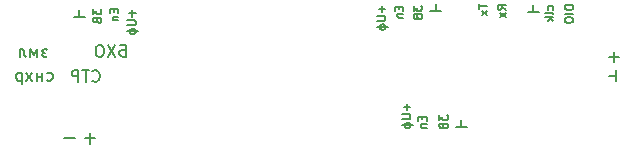
<source format=gbr>
%TF.GenerationSoftware,KiCad,Pcbnew,7.0.7*%
%TF.CreationDate,2024-07-30T16:01:34+03:00*%
%TF.ProjectId,Main_PCB_002,4d61696e-5f50-4434-925f-3030322e6b69,rev?*%
%TF.SameCoordinates,Original*%
%TF.FileFunction,Legend,Bot*%
%TF.FilePolarity,Positive*%
%FSLAX46Y46*%
G04 Gerber Fmt 4.6, Leading zero omitted, Abs format (unit mm)*
G04 Created by KiCad (PCBNEW 7.0.7) date 2024-07-30 16:01:34*
%MOMM*%
%LPD*%
G01*
G04 APERTURE LIST*
%ADD10C,0.150000*%
%ADD11C,0.900000*%
%ADD12C,1.600000*%
%ADD13C,2.200000*%
%ADD14C,1.000000*%
%ADD15C,0.499999*%
G04 APERTURE END LIST*
D10*
X59563000Y-53136800D02*
X59563000Y-53695600D01*
X60032900Y-63969900D02*
X60921900Y-63969900D01*
X89738200Y-52603400D02*
X89738200Y-53162200D01*
X91897200Y-62458600D02*
X91897200Y-63017400D01*
X89281000Y-53187600D02*
X90195400Y-53187600D01*
X105003600Y-59131200D02*
X105003600Y-58216800D01*
X97536000Y-53238400D02*
X98450400Y-53238400D01*
X91440000Y-63042800D02*
X92354400Y-63042800D01*
X97993200Y-52654200D02*
X97993200Y-53213000D01*
X104825800Y-56642000D02*
X104825800Y-57531000D01*
X60477400Y-63525400D02*
X60477400Y-64414400D01*
X104419400Y-58674000D02*
X104978200Y-58674000D01*
X59105800Y-53721000D02*
X60020200Y-53721000D01*
X58267600Y-63957200D02*
X59156600Y-63957200D01*
X104381300Y-57086500D02*
X105270300Y-57086500D01*
X60661392Y-59108980D02*
X60709011Y-59156600D01*
X60709011Y-59156600D02*
X60851868Y-59204219D01*
X60851868Y-59204219D02*
X60947106Y-59204219D01*
X60947106Y-59204219D02*
X61089963Y-59156600D01*
X61089963Y-59156600D02*
X61185201Y-59061361D01*
X61185201Y-59061361D02*
X61232820Y-58966123D01*
X61232820Y-58966123D02*
X61280439Y-58775647D01*
X61280439Y-58775647D02*
X61280439Y-58632790D01*
X61280439Y-58632790D02*
X61232820Y-58442314D01*
X61232820Y-58442314D02*
X61185201Y-58347076D01*
X61185201Y-58347076D02*
X61089963Y-58251838D01*
X61089963Y-58251838D02*
X60947106Y-58204219D01*
X60947106Y-58204219D02*
X60851868Y-58204219D01*
X60851868Y-58204219D02*
X60709011Y-58251838D01*
X60709011Y-58251838D02*
X60661392Y-58299457D01*
X60375677Y-58204219D02*
X59804249Y-58204219D01*
X60089963Y-59204219D02*
X60089963Y-58204219D01*
X59470915Y-59204219D02*
X59470915Y-58204219D01*
X59470915Y-58204219D02*
X59089963Y-58204219D01*
X59089963Y-58204219D02*
X58994725Y-58251838D01*
X58994725Y-58251838D02*
X58947106Y-58299457D01*
X58947106Y-58299457D02*
X58899487Y-58394695D01*
X58899487Y-58394695D02*
X58899487Y-58537552D01*
X58899487Y-58537552D02*
X58947106Y-58632790D01*
X58947106Y-58632790D02*
X58994725Y-58680409D01*
X58994725Y-58680409D02*
X59089963Y-58728028D01*
X59089963Y-58728028D02*
X59470915Y-58728028D01*
X62481066Y-53046550D02*
X62481066Y-53279884D01*
X62847733Y-53379884D02*
X62847733Y-53046550D01*
X62847733Y-53046550D02*
X62147733Y-53046550D01*
X62147733Y-53046550D02*
X62147733Y-53379884D01*
X62381066Y-53679883D02*
X62847733Y-53679883D01*
X62447733Y-53679883D02*
X62414400Y-53713217D01*
X62414400Y-53713217D02*
X62381066Y-53779883D01*
X62381066Y-53779883D02*
X62381066Y-53879883D01*
X62381066Y-53879883D02*
X62414400Y-53946550D01*
X62414400Y-53946550D02*
X62481066Y-53979883D01*
X62481066Y-53979883D02*
X62847733Y-53979883D01*
X87852533Y-52751284D02*
X87852533Y-53184617D01*
X87852533Y-53184617D02*
X88119200Y-52951284D01*
X88119200Y-52951284D02*
X88119200Y-53051284D01*
X88119200Y-53051284D02*
X88152533Y-53117950D01*
X88152533Y-53117950D02*
X88185866Y-53151284D01*
X88185866Y-53151284D02*
X88252533Y-53184617D01*
X88252533Y-53184617D02*
X88419200Y-53184617D01*
X88419200Y-53184617D02*
X88485866Y-53151284D01*
X88485866Y-53151284D02*
X88519200Y-53117950D01*
X88519200Y-53117950D02*
X88552533Y-53051284D01*
X88552533Y-53051284D02*
X88552533Y-52851284D01*
X88552533Y-52851284D02*
X88519200Y-52784617D01*
X88519200Y-52784617D02*
X88485866Y-52751284D01*
X88185866Y-53717951D02*
X88219200Y-53817951D01*
X88219200Y-53817951D02*
X88252533Y-53851284D01*
X88252533Y-53851284D02*
X88319200Y-53884617D01*
X88319200Y-53884617D02*
X88419200Y-53884617D01*
X88419200Y-53884617D02*
X88485866Y-53851284D01*
X88485866Y-53851284D02*
X88519200Y-53817951D01*
X88519200Y-53817951D02*
X88552533Y-53751284D01*
X88552533Y-53751284D02*
X88552533Y-53484617D01*
X88552533Y-53484617D02*
X87852533Y-53484617D01*
X87852533Y-53484617D02*
X87852533Y-53717951D01*
X87852533Y-53717951D02*
X87885866Y-53784617D01*
X87885866Y-53784617D02*
X87919200Y-53817951D01*
X87919200Y-53817951D02*
X87985866Y-53851284D01*
X87985866Y-53851284D02*
X88052533Y-53851284D01*
X88052533Y-53851284D02*
X88119200Y-53817951D01*
X88119200Y-53817951D02*
X88152533Y-53784617D01*
X88152533Y-53784617D02*
X88185866Y-53717951D01*
X88185866Y-53717951D02*
X88185866Y-53484617D01*
X101354133Y-52716350D02*
X100654133Y-52716350D01*
X100654133Y-52716350D02*
X100654133Y-52883017D01*
X100654133Y-52883017D02*
X100687466Y-52983017D01*
X100687466Y-52983017D02*
X100754133Y-53049684D01*
X100754133Y-53049684D02*
X100820800Y-53083017D01*
X100820800Y-53083017D02*
X100954133Y-53116350D01*
X100954133Y-53116350D02*
X101054133Y-53116350D01*
X101054133Y-53116350D02*
X101187466Y-53083017D01*
X101187466Y-53083017D02*
X101254133Y-53049684D01*
X101254133Y-53049684D02*
X101320800Y-52983017D01*
X101320800Y-52983017D02*
X101354133Y-52883017D01*
X101354133Y-52883017D02*
X101354133Y-52716350D01*
X101354133Y-53416350D02*
X100654133Y-53416350D01*
X100654133Y-53883017D02*
X100654133Y-54016350D01*
X100654133Y-54016350D02*
X100687466Y-54083017D01*
X100687466Y-54083017D02*
X100754133Y-54149683D01*
X100754133Y-54149683D02*
X100887466Y-54183017D01*
X100887466Y-54183017D02*
X101120800Y-54183017D01*
X101120800Y-54183017D02*
X101254133Y-54149683D01*
X101254133Y-54149683D02*
X101320800Y-54083017D01*
X101320800Y-54083017D02*
X101354133Y-54016350D01*
X101354133Y-54016350D02*
X101354133Y-53883017D01*
X101354133Y-53883017D02*
X101320800Y-53816350D01*
X101320800Y-53816350D02*
X101254133Y-53749683D01*
X101254133Y-53749683D02*
X101120800Y-53716350D01*
X101120800Y-53716350D02*
X100887466Y-53716350D01*
X100887466Y-53716350D02*
X100754133Y-53749683D01*
X100754133Y-53749683D02*
X100687466Y-53816350D01*
X100687466Y-53816350D02*
X100654133Y-53883017D01*
X87320666Y-61072950D02*
X87320666Y-61606284D01*
X87587333Y-61339617D02*
X87054000Y-61339617D01*
X86887333Y-61939617D02*
X87454000Y-61939617D01*
X87454000Y-61939617D02*
X87520666Y-61972951D01*
X87520666Y-61972951D02*
X87554000Y-62006284D01*
X87554000Y-62006284D02*
X87587333Y-62072951D01*
X87587333Y-62072951D02*
X87587333Y-62206284D01*
X87587333Y-62206284D02*
X87554000Y-62272951D01*
X87554000Y-62272951D02*
X87520666Y-62306284D01*
X87520666Y-62306284D02*
X87454000Y-62339617D01*
X87454000Y-62339617D02*
X86887333Y-62339617D01*
X86887333Y-62872950D02*
X87820666Y-62872950D01*
X87120666Y-62806284D02*
X87120666Y-62939617D01*
X87120666Y-62939617D02*
X87154000Y-63006284D01*
X87154000Y-63006284D02*
X87220666Y-63072950D01*
X87220666Y-63072950D02*
X87287333Y-63106284D01*
X87287333Y-63106284D02*
X87420666Y-63106284D01*
X87420666Y-63106284D02*
X87487333Y-63072950D01*
X87487333Y-63072950D02*
X87554000Y-63006284D01*
X87554000Y-63006284D02*
X87587333Y-62939617D01*
X87587333Y-62939617D02*
X87587333Y-62806284D01*
X87587333Y-62806284D02*
X87554000Y-62739617D01*
X87554000Y-62739617D02*
X87487333Y-62672950D01*
X87487333Y-62672950D02*
X87420666Y-62639617D01*
X87420666Y-62639617D02*
X87287333Y-62639617D01*
X87287333Y-62639617D02*
X87220666Y-62672950D01*
X87220666Y-62672950D02*
X87154000Y-62739617D01*
X87154000Y-62739617D02*
X87120666Y-62806284D01*
X60725333Y-53030684D02*
X60725333Y-53464017D01*
X60725333Y-53464017D02*
X60992000Y-53230684D01*
X60992000Y-53230684D02*
X60992000Y-53330684D01*
X60992000Y-53330684D02*
X61025333Y-53397350D01*
X61025333Y-53397350D02*
X61058666Y-53430684D01*
X61058666Y-53430684D02*
X61125333Y-53464017D01*
X61125333Y-53464017D02*
X61292000Y-53464017D01*
X61292000Y-53464017D02*
X61358666Y-53430684D01*
X61358666Y-53430684D02*
X61392000Y-53397350D01*
X61392000Y-53397350D02*
X61425333Y-53330684D01*
X61425333Y-53330684D02*
X61425333Y-53130684D01*
X61425333Y-53130684D02*
X61392000Y-53064017D01*
X61392000Y-53064017D02*
X61358666Y-53030684D01*
X61058666Y-53997351D02*
X61092000Y-54097351D01*
X61092000Y-54097351D02*
X61125333Y-54130684D01*
X61125333Y-54130684D02*
X61192000Y-54164017D01*
X61192000Y-54164017D02*
X61292000Y-54164017D01*
X61292000Y-54164017D02*
X61358666Y-54130684D01*
X61358666Y-54130684D02*
X61392000Y-54097351D01*
X61392000Y-54097351D02*
X61425333Y-54030684D01*
X61425333Y-54030684D02*
X61425333Y-53764017D01*
X61425333Y-53764017D02*
X60725333Y-53764017D01*
X60725333Y-53764017D02*
X60725333Y-53997351D01*
X60725333Y-53997351D02*
X60758666Y-54064017D01*
X60758666Y-54064017D02*
X60792000Y-54097351D01*
X60792000Y-54097351D02*
X60858666Y-54130684D01*
X60858666Y-54130684D02*
X60925333Y-54130684D01*
X60925333Y-54130684D02*
X60992000Y-54097351D01*
X60992000Y-54097351D02*
X61025333Y-54064017D01*
X61025333Y-54064017D02*
X61058666Y-53997351D01*
X61058666Y-53997351D02*
X61058666Y-53764017D01*
X56641782Y-56737285D02*
X56546544Y-56737285D01*
X56832258Y-56451571D02*
X56737020Y-56403952D01*
X56737020Y-56403952D02*
X56546544Y-56403952D01*
X56546544Y-56403952D02*
X56451306Y-56451571D01*
X56451306Y-56451571D02*
X56403687Y-56546809D01*
X56403687Y-56546809D02*
X56403687Y-56594428D01*
X56403687Y-56594428D02*
X56451306Y-56689666D01*
X56451306Y-56689666D02*
X56546544Y-56737285D01*
X56546544Y-56737285D02*
X56451306Y-56784904D01*
X56451306Y-56784904D02*
X56403687Y-56880142D01*
X56403687Y-56880142D02*
X56403687Y-56927761D01*
X56403687Y-56927761D02*
X56451306Y-57023000D01*
X56451306Y-57023000D02*
X56546544Y-57070619D01*
X56546544Y-57070619D02*
X56737020Y-57070619D01*
X56737020Y-57070619D02*
X56832258Y-57023000D01*
X55975115Y-57070619D02*
X55975115Y-56403952D01*
X55975115Y-56403952D02*
X55689401Y-56927761D01*
X55689401Y-56927761D02*
X55403687Y-56403952D01*
X55403687Y-56403952D02*
X55403687Y-57070619D01*
X54546544Y-57070619D02*
X54546544Y-56403952D01*
X54546544Y-56403952D02*
X54689401Y-56403952D01*
X54689401Y-56403952D02*
X54784639Y-56451571D01*
X54784639Y-56451571D02*
X54832258Y-56546809D01*
X54832258Y-56546809D02*
X54879877Y-56927761D01*
X54879877Y-56927761D02*
X54927496Y-57023000D01*
X54927496Y-57023000D02*
X55022734Y-57070619D01*
X95664533Y-53090950D02*
X95331200Y-52857617D01*
X95664533Y-52690950D02*
X94964533Y-52690950D01*
X94964533Y-52690950D02*
X94964533Y-52957617D01*
X94964533Y-52957617D02*
X94997866Y-53024284D01*
X94997866Y-53024284D02*
X95031200Y-53057617D01*
X95031200Y-53057617D02*
X95097866Y-53090950D01*
X95097866Y-53090950D02*
X95197866Y-53090950D01*
X95197866Y-53090950D02*
X95264533Y-53057617D01*
X95264533Y-53057617D02*
X95297866Y-53024284D01*
X95297866Y-53024284D02*
X95331200Y-52957617D01*
X95331200Y-52957617D02*
X95331200Y-52690950D01*
X95664533Y-53324284D02*
X95197866Y-53690950D01*
X95197866Y-53324284D02*
X95664533Y-53690950D01*
X93415133Y-52590950D02*
X93415133Y-52990950D01*
X94115133Y-52790950D02*
X93415133Y-52790950D01*
X94115133Y-53157617D02*
X93648466Y-53524283D01*
X93648466Y-53157617D02*
X94115133Y-53524283D01*
X88592266Y-62139750D02*
X88592266Y-62373084D01*
X88958933Y-62473084D02*
X88958933Y-62139750D01*
X88958933Y-62139750D02*
X88258933Y-62139750D01*
X88258933Y-62139750D02*
X88258933Y-62473084D01*
X88492266Y-62773083D02*
X88958933Y-62773083D01*
X88558933Y-62773083D02*
X88525600Y-62806417D01*
X88525600Y-62806417D02*
X88492266Y-62873083D01*
X88492266Y-62873083D02*
X88492266Y-62973083D01*
X88492266Y-62973083D02*
X88525600Y-63039750D01*
X88525600Y-63039750D02*
X88592266Y-63073083D01*
X88592266Y-63073083D02*
X88958933Y-63073083D01*
X64054266Y-53122750D02*
X64054266Y-53656084D01*
X64320933Y-53389417D02*
X63787600Y-53389417D01*
X63620933Y-53989417D02*
X64187600Y-53989417D01*
X64187600Y-53989417D02*
X64254266Y-54022751D01*
X64254266Y-54022751D02*
X64287600Y-54056084D01*
X64287600Y-54056084D02*
X64320933Y-54122751D01*
X64320933Y-54122751D02*
X64320933Y-54256084D01*
X64320933Y-54256084D02*
X64287600Y-54322751D01*
X64287600Y-54322751D02*
X64254266Y-54356084D01*
X64254266Y-54356084D02*
X64187600Y-54389417D01*
X64187600Y-54389417D02*
X63620933Y-54389417D01*
X63620933Y-54922750D02*
X64554266Y-54922750D01*
X63854266Y-54856084D02*
X63854266Y-54989417D01*
X63854266Y-54989417D02*
X63887600Y-55056084D01*
X63887600Y-55056084D02*
X63954266Y-55122750D01*
X63954266Y-55122750D02*
X64020933Y-55156084D01*
X64020933Y-55156084D02*
X64154266Y-55156084D01*
X64154266Y-55156084D02*
X64220933Y-55122750D01*
X64220933Y-55122750D02*
X64287600Y-55056084D01*
X64287600Y-55056084D02*
X64320933Y-54989417D01*
X64320933Y-54989417D02*
X64320933Y-54856084D01*
X64320933Y-54856084D02*
X64287600Y-54789417D01*
X64287600Y-54789417D02*
X64220933Y-54722750D01*
X64220933Y-54722750D02*
X64154266Y-54689417D01*
X64154266Y-54689417D02*
X64020933Y-54689417D01*
X64020933Y-54689417D02*
X63954266Y-54722750D01*
X63954266Y-54722750D02*
X63887600Y-54789417D01*
X63887600Y-54789417D02*
X63854266Y-54856084D01*
X86585666Y-52817950D02*
X86585666Y-53051284D01*
X86952333Y-53151284D02*
X86952333Y-52817950D01*
X86952333Y-52817950D02*
X86252333Y-52817950D01*
X86252333Y-52817950D02*
X86252333Y-53151284D01*
X86485666Y-53451283D02*
X86952333Y-53451283D01*
X86552333Y-53451283D02*
X86519000Y-53484617D01*
X86519000Y-53484617D02*
X86485666Y-53551283D01*
X86485666Y-53551283D02*
X86485666Y-53651283D01*
X86485666Y-53651283D02*
X86519000Y-53717950D01*
X86519000Y-53717950D02*
X86585666Y-53751283D01*
X86585666Y-53751283D02*
X86952333Y-53751283D01*
X63042630Y-56070619D02*
X63518820Y-56070619D01*
X63518820Y-56070619D02*
X63518820Y-57070619D01*
X63518820Y-57070619D02*
X63233106Y-57070619D01*
X63233106Y-57070619D02*
X63090249Y-57023000D01*
X63090249Y-57023000D02*
X62995011Y-56927761D01*
X62995011Y-56927761D02*
X62947392Y-56832523D01*
X62947392Y-56832523D02*
X62947392Y-56689666D01*
X62947392Y-56689666D02*
X62995011Y-56594428D01*
X62995011Y-56594428D02*
X63090249Y-56499190D01*
X63090249Y-56499190D02*
X63233106Y-56451571D01*
X63233106Y-56451571D02*
X63518820Y-56451571D01*
X62614058Y-56070619D02*
X61947392Y-57070619D01*
X61947392Y-56070619D02*
X62614058Y-57070619D01*
X61375963Y-56070619D02*
X61185487Y-56070619D01*
X61185487Y-56070619D02*
X61090249Y-56118238D01*
X61090249Y-56118238D02*
X60995011Y-56213476D01*
X60995011Y-56213476D02*
X60947392Y-56403952D01*
X60947392Y-56403952D02*
X60947392Y-56737285D01*
X60947392Y-56737285D02*
X60995011Y-56927761D01*
X60995011Y-56927761D02*
X61090249Y-57023000D01*
X61090249Y-57023000D02*
X61185487Y-57070619D01*
X61185487Y-57070619D02*
X61375963Y-57070619D01*
X61375963Y-57070619D02*
X61471201Y-57023000D01*
X61471201Y-57023000D02*
X61566439Y-56927761D01*
X61566439Y-56927761D02*
X61614058Y-56737285D01*
X61614058Y-56737285D02*
X61614058Y-56403952D01*
X61614058Y-56403952D02*
X61566439Y-56213476D01*
X61566439Y-56213476D02*
X61471201Y-56118238D01*
X61471201Y-56118238D02*
X61375963Y-56070619D01*
X56816449Y-59029600D02*
X56911687Y-59077219D01*
X56911687Y-59077219D02*
X57102163Y-59077219D01*
X57102163Y-59077219D02*
X57197401Y-59029600D01*
X57197401Y-59029600D02*
X57245020Y-58981980D01*
X57245020Y-58981980D02*
X57292639Y-58886742D01*
X57292639Y-58886742D02*
X57292639Y-58601028D01*
X57292639Y-58601028D02*
X57245020Y-58505790D01*
X57245020Y-58505790D02*
X57197401Y-58458171D01*
X57197401Y-58458171D02*
X57102163Y-58410552D01*
X57102163Y-58410552D02*
X56911687Y-58410552D01*
X56911687Y-58410552D02*
X56816449Y-58458171D01*
X56387877Y-58743885D02*
X55959306Y-58743885D01*
X56387877Y-58410552D02*
X56387877Y-59077219D01*
X55959306Y-58410552D02*
X55959306Y-59077219D01*
X55578353Y-59077219D02*
X55054544Y-58410552D01*
X55578353Y-58410552D02*
X55054544Y-59077219D01*
X54673591Y-58410552D02*
X54673591Y-59410552D01*
X54673591Y-58458171D02*
X54578353Y-58410552D01*
X54578353Y-58410552D02*
X54387877Y-58410552D01*
X54387877Y-58410552D02*
X54292639Y-58458171D01*
X54292639Y-58458171D02*
X54245020Y-58505790D01*
X54245020Y-58505790D02*
X54197401Y-58601028D01*
X54197401Y-58601028D02*
X54197401Y-58886742D01*
X54197401Y-58886742D02*
X54245020Y-58981980D01*
X54245020Y-58981980D02*
X54292639Y-59029600D01*
X54292639Y-59029600D02*
X54387877Y-59077219D01*
X54387877Y-59077219D02*
X54578353Y-59077219D01*
X54578353Y-59077219D02*
X54673591Y-59029600D01*
X99669800Y-53067150D02*
X99703133Y-53000484D01*
X99703133Y-53000484D02*
X99703133Y-52867150D01*
X99703133Y-52867150D02*
X99669800Y-52800484D01*
X99669800Y-52800484D02*
X99636466Y-52767150D01*
X99636466Y-52767150D02*
X99569800Y-52733817D01*
X99569800Y-52733817D02*
X99369800Y-52733817D01*
X99369800Y-52733817D02*
X99303133Y-52767150D01*
X99303133Y-52767150D02*
X99269800Y-52800484D01*
X99269800Y-52800484D02*
X99236466Y-52867150D01*
X99236466Y-52867150D02*
X99236466Y-53000484D01*
X99236466Y-53000484D02*
X99269800Y-53067150D01*
X99703133Y-53467150D02*
X99669800Y-53400484D01*
X99669800Y-53400484D02*
X99603133Y-53367150D01*
X99603133Y-53367150D02*
X99003133Y-53367150D01*
X99703133Y-53733817D02*
X99003133Y-53733817D01*
X99436466Y-53800484D02*
X99703133Y-54000484D01*
X99236466Y-54000484D02*
X99503133Y-53733817D01*
X85187066Y-52741750D02*
X85187066Y-53275084D01*
X85453733Y-53008417D02*
X84920400Y-53008417D01*
X84753733Y-53608417D02*
X85320400Y-53608417D01*
X85320400Y-53608417D02*
X85387066Y-53641751D01*
X85387066Y-53641751D02*
X85420400Y-53675084D01*
X85420400Y-53675084D02*
X85453733Y-53741751D01*
X85453733Y-53741751D02*
X85453733Y-53875084D01*
X85453733Y-53875084D02*
X85420400Y-53941751D01*
X85420400Y-53941751D02*
X85387066Y-53975084D01*
X85387066Y-53975084D02*
X85320400Y-54008417D01*
X85320400Y-54008417D02*
X84753733Y-54008417D01*
X84753733Y-54541750D02*
X85687066Y-54541750D01*
X84987066Y-54475084D02*
X84987066Y-54608417D01*
X84987066Y-54608417D02*
X85020400Y-54675084D01*
X85020400Y-54675084D02*
X85087066Y-54741750D01*
X85087066Y-54741750D02*
X85153733Y-54775084D01*
X85153733Y-54775084D02*
X85287066Y-54775084D01*
X85287066Y-54775084D02*
X85353733Y-54741750D01*
X85353733Y-54741750D02*
X85420400Y-54675084D01*
X85420400Y-54675084D02*
X85453733Y-54608417D01*
X85453733Y-54608417D02*
X85453733Y-54475084D01*
X85453733Y-54475084D02*
X85420400Y-54408417D01*
X85420400Y-54408417D02*
X85353733Y-54341750D01*
X85353733Y-54341750D02*
X85287066Y-54308417D01*
X85287066Y-54308417D02*
X85153733Y-54308417D01*
X85153733Y-54308417D02*
X85087066Y-54341750D01*
X85087066Y-54341750D02*
X85020400Y-54408417D01*
X85020400Y-54408417D02*
X84987066Y-54475084D01*
X90036933Y-61996884D02*
X90036933Y-62430217D01*
X90036933Y-62430217D02*
X90303600Y-62196884D01*
X90303600Y-62196884D02*
X90303600Y-62296884D01*
X90303600Y-62296884D02*
X90336933Y-62363550D01*
X90336933Y-62363550D02*
X90370266Y-62396884D01*
X90370266Y-62396884D02*
X90436933Y-62430217D01*
X90436933Y-62430217D02*
X90603600Y-62430217D01*
X90603600Y-62430217D02*
X90670266Y-62396884D01*
X90670266Y-62396884D02*
X90703600Y-62363550D01*
X90703600Y-62363550D02*
X90736933Y-62296884D01*
X90736933Y-62296884D02*
X90736933Y-62096884D01*
X90736933Y-62096884D02*
X90703600Y-62030217D01*
X90703600Y-62030217D02*
X90670266Y-61996884D01*
X90370266Y-62963551D02*
X90403600Y-63063551D01*
X90403600Y-63063551D02*
X90436933Y-63096884D01*
X90436933Y-63096884D02*
X90503600Y-63130217D01*
X90503600Y-63130217D02*
X90603600Y-63130217D01*
X90603600Y-63130217D02*
X90670266Y-63096884D01*
X90670266Y-63096884D02*
X90703600Y-63063551D01*
X90703600Y-63063551D02*
X90736933Y-62996884D01*
X90736933Y-62996884D02*
X90736933Y-62730217D01*
X90736933Y-62730217D02*
X90036933Y-62730217D01*
X90036933Y-62730217D02*
X90036933Y-62963551D01*
X90036933Y-62963551D02*
X90070266Y-63030217D01*
X90070266Y-63030217D02*
X90103600Y-63063551D01*
X90103600Y-63063551D02*
X90170266Y-63096884D01*
X90170266Y-63096884D02*
X90236933Y-63096884D01*
X90236933Y-63096884D02*
X90303600Y-63063551D01*
X90303600Y-63063551D02*
X90336933Y-63030217D01*
X90336933Y-63030217D02*
X90370266Y-62963551D01*
X90370266Y-62963551D02*
X90370266Y-62730217D01*
%LPC*%
D11*
%TO.C,D27*%
X87325200Y-63855600D03*
%TD*%
D12*
%TO.C,D3*%
X60401200Y-60350400D03*
%TD*%
%TO.C,D19*%
X55321200Y-55270400D03*
%TD*%
D13*
%TO.C,D29*%
X55626000Y-63246000D03*
%TD*%
D11*
%TO.C,D12*%
X62585600Y-52324000D03*
%TD*%
D12*
%TO.C,D2*%
X60401200Y-55270400D03*
%TD*%
D13*
%TO.C,D30*%
X104394000Y-52578000D03*
%TD*%
D11*
%TO.C,D20*%
X89712800Y-52019200D03*
%TD*%
D14*
%TO.C,D18*%
X103581200Y-58674000D03*
%TD*%
D11*
%TO.C,D22*%
X88188800Y-52019200D03*
%TD*%
D12*
%TO.C,D1*%
X55321200Y-60350400D03*
%TD*%
D11*
%TO.C,D25*%
X88849200Y-63855600D03*
%TD*%
%TO.C,D21*%
X91897200Y-63855600D03*
%TD*%
%TO.C,D10*%
X97993200Y-51917600D03*
%TD*%
%TO.C,D7*%
X95351600Y-51816000D03*
%TD*%
%TO.C,D24*%
X86664800Y-52019200D03*
%TD*%
D14*
%TO.C,D17*%
X103581200Y-57048400D03*
%TD*%
D15*
%TO.C,U4*%
X81012599Y-57067600D03*
X82012600Y-55867600D03*
X82012600Y-57067600D03*
X82012600Y-58267600D03*
X83012601Y-57067600D03*
%TD*%
D11*
%TO.C,D23*%
X90373200Y-63855600D03*
%TD*%
%TO.C,D13*%
X61061600Y-52324000D03*
%TD*%
D14*
%TO.C,D16*%
X58724800Y-62788800D03*
%TD*%
D11*
%TO.C,D11*%
X64109600Y-52324000D03*
%TD*%
%TO.C,D8*%
X101041200Y-51917600D03*
%TD*%
D13*
%TO.C,D28*%
X55626000Y-52324000D03*
%TD*%
D15*
%TO.C,U3*%
X83539899Y-61385600D03*
X84539900Y-60185600D03*
X84539900Y-61385600D03*
X84539900Y-62585600D03*
X85539901Y-61385600D03*
%TD*%
D11*
%TO.C,D9*%
X99517200Y-51917600D03*
%TD*%
%TO.C,D14*%
X59563000Y-52349400D03*
%TD*%
%TO.C,D6*%
X93827600Y-51816000D03*
%TD*%
D13*
%TO.C,D31*%
X104394000Y-63246000D03*
%TD*%
D14*
%TO.C,D15*%
X60502800Y-62788800D03*
%TD*%
D11*
%TO.C,D26*%
X85140800Y-52019200D03*
%TD*%
%LPD*%
M02*

</source>
